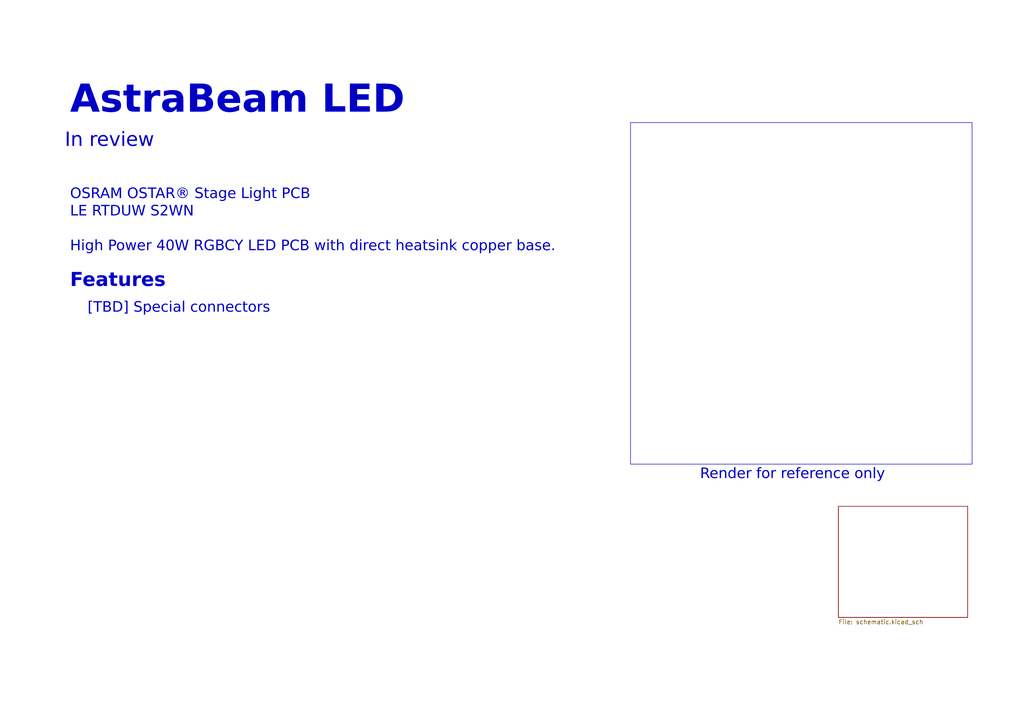
<source format=kicad_sch>
(kicad_sch
	(version 20231120)
	(generator "eeschema")
	(generator_version "8.0")
	(uuid "86edf83e-a446-464c-ad90-f8d1498e5ef3")
	(paper "A4")
	(title_block
		(title "Cover")
		(date "2024-11-03")
		(rev "A")
		(company "LiveAstra Technologies")
	)
	(lib_symbols)
	(circle
		(center 22.86 127)
		(radius 0.7354)
		(stroke
			(width -0.0001)
			(type default)
		)
		(fill
			(type color)
			(color 0 0 0 0)
		)
		(uuid 1c40dd31-8ec5-4a9f-a307-dba89fd1f5fa)
	)
	(circle
		(center 22.86 120.65)
		(radius 0.807)
		(stroke
			(width -0.0001)
			(type default)
		)
		(fill
			(type color)
			(color 0 0 0 0)
		)
		(uuid 33fb43a3-3269-44bd-aeed-4c171c2b76f6)
	)
	(circle
		(center 22.86 114.3)
		(radius 0.73)
		(stroke
			(width -0.0001)
			(type default)
		)
		(fill
			(type color)
			(color 0 0 0 0)
		)
		(uuid 4c9f818d-f221-43bf-976b-69bf248cf381)
	)
	(circle
		(center 22.86 158.75)
		(radius 0.82)
		(stroke
			(width -0.0001)
			(type default)
		)
		(fill
			(type color)
			(color 0 0 0 0)
		)
		(uuid 4cad54e3-b75b-4984-a90f-b59ae64fb235)
	)
	(circle
		(center 22.86 133.35)
		(radius 0.8135)
		(stroke
			(width -0.0001)
			(type default)
		)
		(fill
			(type color)
			(color 0 0 0 0)
		)
		(uuid 538dbfce-a9f4-4866-a1a2-1d1024b179ce)
	)
	(circle
		(center 22.86 152.4)
		(radius 0.82)
		(stroke
			(width -0.0001)
			(type default)
		)
		(fill
			(type color)
			(color 0 0 0 0)
		)
		(uuid 54145ebb-a92a-4ecc-a283-735358ab63ad)
	)
	(circle
		(center 22.86 146.05)
		(radius 0.82)
		(stroke
			(width -0.0001)
			(type default)
		)
		(fill
			(type color)
			(color 0 0 0 0)
		)
		(uuid 5cbef836-85b2-4f0a-9018-ce2187fb6d11)
	)
	(circle
		(center 22.86 101.6)
		(radius 0.6306)
		(stroke
			(width -0.0001)
			(type default)
		)
		(fill
			(type color)
			(color 0 0 0 0)
		)
		(uuid 6489d426-0eba-4d86-ae5f-3c1a1c32964e)
	)
	(rectangle
		(start 182.88 35.56)
		(end 281.94 134.62)
		(stroke
			(width 0)
			(type default)
		)
		(fill
			(type none)
		)
		(uuid 6952a11f-b2ff-460c-8247-e1b8ea5d8fbb)
	)
	(circle
		(center 22.86 107.95)
		(radius 0.6696)
		(stroke
			(width -0.0001)
			(type default)
		)
		(fill
			(type color)
			(color 0 0 0 0)
		)
		(uuid 9821aca2-b596-4fd0-a80e-cef3830cd378)
	)
	(circle
		(center 22.86 139.7)
		(radius 0.7409)
		(stroke
			(width -0.0001)
			(type default)
		)
		(fill
			(type color)
			(color 0 0 0 0)
		)
		(uuid ace80f73-d090-4190-8030-ad0d0b237042)
	)
	(circle
		(center 22.86 88.9)
		(radius 0.6351)
		(stroke
			(width -0.0001)
			(type default)
		)
		(fill
			(type color)
			(color 0 0 0 0)
		)
		(uuid af2dc0eb-1cfa-4b29-be88-117d2e5ac8aa)
	)
	(circle
		(center 22.86 165.1)
		(radius 0.82)
		(stroke
			(width -0.0001)
			(type default)
		)
		(fill
			(type color)
			(color 0 0 0 0)
		)
		(uuid b8d09ad2-12ab-4d31-954d-e749e339d096)
	)
	(circle
		(center 22.86 95.25)
		(radius 0.6174)
		(stroke
			(width -0.0001)
			(type default)
		)
		(fill
			(type color)
			(color 0 0 0 0)
		)
		(uuid d81e4ae2-a1a6-4151-94a3-6034b3a64480)
	)
	(text "Features"
		(exclude_from_sim no)
		(at 20.32 82.55 0)
		(effects
			(font
				(face "ING Me")
				(size 4 4)
				(thickness 0.8)
				(bold yes)
			)
			(justify left)
		)
		(uuid "305281ff-ef68-408b-be94-ad012a492b26")
	)
	(text "OSRAM OSTAR® Stage Light PCB\nLE RTDUW S2WN\n\nHigh Power 40W RGBCY LED PCB with direct heatsink copper base."
		(exclude_from_sim no)
		(at 20.32 64.77 0)
		(effects
			(font
				(face "ING Me")
				(size 3 3)
			)
			(justify left)
		)
		(uuid "882ecbee-e71b-40d1-a8fb-eec22a96fb00")
	)
	(text "AstraBeam LED"
		(exclude_from_sim no)
		(at 20.32 26.67 0)
		(effects
			(font
				(face "ING Me Headline")
				(size 8 8)
				(thickness 1.6)
				(bold yes)
			)
			(justify left top)
		)
		(uuid "9778da6f-6ba6-4894-92d7-eb4161050173")
	)
	(text "[TBD] Special connectors"
		(exclude_from_sim no)
		(at 25.4 90.17 0)
		(effects
			(font
				(face "ING Me")
				(size 3 3)
			)
			(justify left)
		)
		(uuid "a263e062-89f0-4f47-963a-9322562afed9")
	)
	(text "Render for reference only"
		(exclude_from_sim no)
		(at 229.87 138.43 0)
		(effects
			(font
				(face "ING Me")
				(size 3 3)
			)
		)
		(uuid "b67ccf6b-236e-4187-8e37-9fa2c7760198")
	)
	(text "In review"
		(exclude_from_sim no)
		(at 31.75 41.91 0)
		(effects
			(font
				(face "ING Me")
				(size 4.064 4.064)
			)
		)
		(uuid "da419680-bd4a-4541-a367-9c49a0aeb355")
	)
	(text "23 June 2024"
		(exclude_from_sim no)
		(at 233.77 26.27 0)
		(effects
			(font
				(face "ING Me")
				(size 5 5)
				(color 255 255 255 1)
			)
			(justify left)
		)
		(uuid "e622739e-67c3-467e-8e51-9e60aabe351f")
	)
	(sheet
		(at 243.16 146.84)
		(size 37.51 32.23)
		(fields_autoplaced yes)
		(stroke
			(width 0.1524)
			(type solid)
		)
		(fill
			(color 0 0 0 0.0000)
		)
		(uuid "751258a0-9fa5-45c2-9781-47b681192240")
		(property "Sheetname" "Schematic"
			(at 243.16 146.1284 0)
			(effects
				(font
					(size 1.27 1.27)
				)
				(justify left bottom)
				(hide yes)
			)
		)
		(property "Sheetfile" "schematic.kicad_sch"
			(at 243.16 179.6546 0)
			(effects
				(font
					(size 1.27 1.27)
				)
				(justify left top)
			)
		)
		(instances
			(project "AstraBeamLED"
				(path "/86edf83e-a446-464c-ad90-f8d1498e5ef3"
					(page "2")
				)
			)
		)
	)
	(sheet_instances
		(path "/"
			(page "1")
		)
	)
)

</source>
